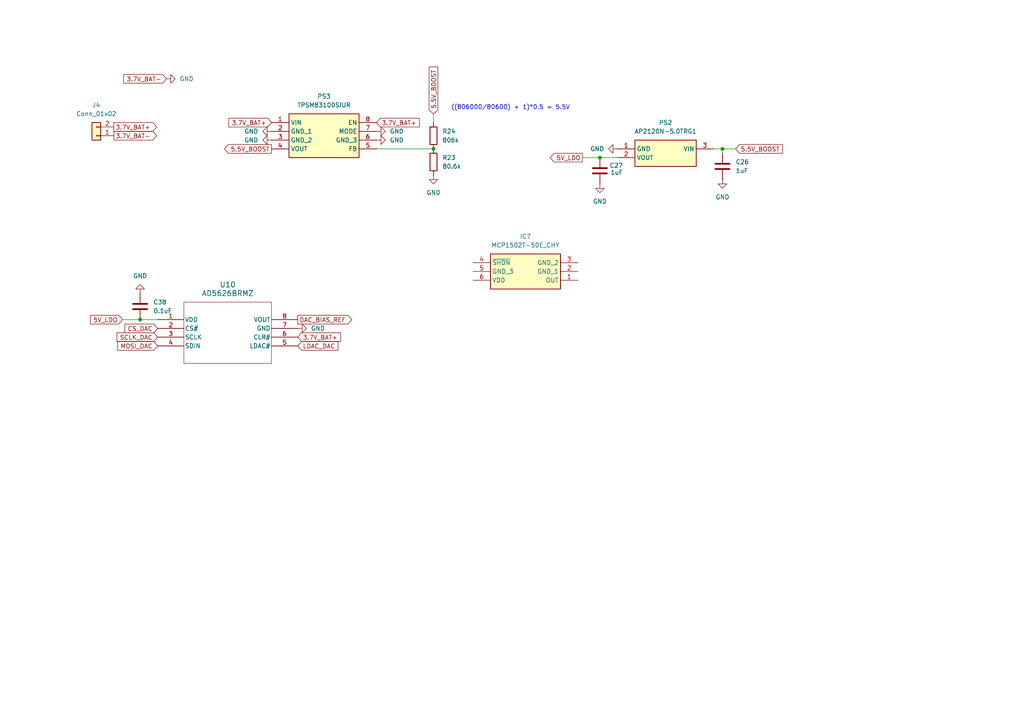
<source format=kicad_sch>
(kicad_sch (version 20250114) (generator "eeschema") (generator_version "9.0")
  (paper "A4")
  (lib_symbols
    (symbol "21xt_symbols:MCP1501T-50E_CHY"
      (property "Reference" "IC" (at 26.67 7.62 0))
      (property "Value" "MCP1501T-50E_CHY" (at 26.67 5.08 0))
      (symbol "MCP1501T-50E_CHY_1_1"
        (rectangle (start 5.08 2.54) (end 25.4 -7.62) (stroke (width 0.254)) (fill (type background)))
        (pin passive line (at 0 0 0) (length 5.08) (name "OUT") (number "1"))
        (pin passive line (at 0 -2.54 0) (length 5.08) (name "GND_1") (number "2"))
        (pin passive line (at 0 -5.08 0) (length 5.08) (name "GND_2") (number "3"))
        (pin passive line (at 30.48 0 180) (length 5.08) (name "VDD") (number "6"))
        (pin passive line (at 30.48 -2.54 180) (length 5.08) (name "GND_3") (number "5"))
        (pin passive line (at 30.48 -5.08 180) (length 5.08) (name "~{SHDN}") (number "4"))
      )
    )
    (symbol "22xt_ICs:AP2120N-5.0TRG1"
      (property "Reference" "PS" (at 24.13 7.62 0))
      (property "Value" "AP2120N-5.0TRG1" (at 24.13 5.08 0))
      (symbol "AP2120N-5.0TRG1_1_1"
        (rectangle (start 5.08 2.54) (end 22.86 -5.08) (stroke (width 0.254)) (fill (type background)))
        (pin passive line (at 0 0 0) (length 5.08) (name "GND") (number "1"))
        (pin passive line (at 0 -2.54 0) (length 5.08) (name "VOUT") (number "2"))
        (pin passive line (at 27.94 0 180) (length 5.08) (name "VIN") (number "3"))
      )
    )
    (symbol "22xt_ICs:TPSM83100SIUR"
      (property "Reference" "PS" (at 26.67 7.62 0))
      (property "Value" "TPSM83100SIUR" (at 26.67 5.08 0))
      (symbol "TPSM83100SIUR_1_1"
        (rectangle (start 5.08 2.54) (end 25.4 -10.16) (stroke (width 0.254)) (fill (type background)))
        (pin passive line (at 0 0 0) (length 5.08) (name "VIN") (number "1"))
        (pin passive line (at 0 -2.54 0) (length 5.08) (name "GND_1") (number "2"))
        (pin passive line (at 0 -5.08 0) (length 5.08) (name "GND_2") (number "3"))
        (pin passive line (at 0 -7.62 0) (length 5.08) (name "VOUT") (number "4"))
        (pin passive line (at 30.48 0 180) (length 5.08) (name "EN") (number "8"))
        (pin passive line (at 30.48 -2.54 180) (length 5.08) (name "MODE") (number "7"))
        (pin passive line (at 30.48 -5.08 180) (length 5.08) (name "GND_3") (number "6"))
        (pin passive line (at 30.48 -7.62 180) (length 5.08) (name "FB") (number "5"))
      )
    )
    (symbol "Connector_Generic:Conn_01x02" (pin_names (offset 1.016) (hide yes))
      (property "Reference" "J" (at 0 2.54 0))
      (property "Value" "Conn_01x02" (at 0 -5.08 0))
      (symbol "Conn_01x02_1_1"
        (rectangle (start -1.27 1.27) (end 1.27 -3.81) (stroke (width 0.254)) (fill (type background)))
        (rectangle (start -1.27 0.127) (end 0 -0.127) (stroke (width 0.1524)))
        (rectangle (start -1.27 -2.413) (end 0 -2.667) (stroke (width 0.1524)))
        (pin passive line (at -5.08 0 0) (length 3.81) (name "Pin_1") (number "1"))
        (pin passive line (at -5.08 -2.54 0) (length 3.81) (name "Pin_2") (number "2"))
      )
    )
    (symbol "Device:C" (pin_numbers (hide yes)) (pin_names (offset 0.254))
      (property "Reference" "C" (at 0.635 2.54 0))
      (property "Value" "C" (at 0.635 -2.54 0))
      (symbol "C_0_1"
        (polyline (pts (xy -2.032 0.762) (xy 2.032 0.762)) (stroke (width 0.508)))
        (polyline (pts (xy -2.032 -0.762) (xy 2.032 -0.762)) (stroke (width 0.508)))
      )
      (symbol "C_1_1"
        (pin passive line (at 0 3.81 270) (length 2.794) (name "~") (number "1"))
        (pin passive line (at 0 -3.81 90) (length 2.794) (name "~") (number "2"))
      )
    )
    (symbol "Device:R" (pin_numbers (hide yes)) (pin_names (offset 0))
      (property "Reference" "R" (at 2.032 0 90))
      (property "Value" "R" (at 0 0 90))
      (symbol "R_0_1"
        (rectangle (start -1.016 -2.54) (end 1.016 2.54) (stroke (width 0.254)))
      )
      (symbol "R_1_1"
        (pin passive line (at 0 3.81 270) (length 1.27) (name "~") (number "1"))
        (pin passive line (at 0 -3.81 90) (length 1.27) (name "~") (number "2"))
      )
    )
    (symbol "power:GND" (power) (pin_numbers (hide yes)) (pin_names (offset 0) (hide yes))
      (property "Value" "GND" (at 0 -3.81 0))
      (symbol "GND_0_1"
        (polyline (pts (xy 0 0) (xy 0 -1.27) (xy 1.27 -1.27) (xy 0 -2.54) (xy -1.27 -1.27) (xy 0 -1.27)))
      )
      (symbol "GND_1_1"
        (pin power_in line (at 0 0 270) (length 0) (name "~") (number "1"))
      )
    )
    (symbol "wsg sym lib:AD5626BRMZ" (pin_names (offset 0.254))
      (property "Reference" "U" (at 20.32 10.16 0))
      (property "Value" "AD5626BRMZ" (at 20.32 7.62 0))
      (symbol "AD5626BRMZ_0_1"
        (polyline (pts (xy 7.62 5.08) (xy 7.62 -12.7)) (stroke (width 0.127)))
        (polyline (pts (xy 7.62 -12.7) (xy 33.02 -12.7)) (stroke (width 0.127)))
        (polyline (pts (xy 33.02 5.08) (xy 7.62 5.08)) (stroke (width 0.127)))
        (polyline (pts (xy 33.02 -12.7) (xy 33.02 5.08)) (stroke (width 0.127)))
        (pin power_in line (at 0 0 0) (length 7.62) (name "VDD") (number "1"))
        (pin unspecified line (at 0 -2.54 0) (length 7.62) (name "CS#") (number "2"))
        (pin unspecified line (at 0 -5.08 0) (length 7.62) (name "SCLK") (number "3"))
        (pin unspecified line (at 0 -7.62 0) (length 7.62) (name "SDIN") (number "4"))
        (pin unspecified line (at 40.64 0 180) (length 7.62) (name "VOUT") (number "8"))
        (pin unspecified line (at 40.64 -2.54 180) (length 7.62) (name "GND") (number "7"))
        (pin unspecified line (at 40.64 -5.08 180) (length 7.62) (name "CLR#") (number "6"))
        (pin unspecified line (at 40.64 -7.62 180) (length 7.62) (name "LDAC#") (number "5"))
      )
    )
  )
  (text "((806000/80600) + 1)*0.5 = 5.5V" (at 148.082 31.242 0) (effects (font (size 1.27 1.27))))
  (junction (at 209.55 43.18))
  (junction (at 40.64 92.71))
  (junction (at 125.73 43.18))
  (junction (at 173.99 45.72))
  (wire (pts (xy 35.56 92.71) (xy 40.64 92.71)))
  (wire (pts (xy 173.99 45.72) (xy 179.07 45.72)))
  (wire (pts (xy 209.55 44.45) (xy 209.55 43.18)))
  (wire (pts (xy 209.55 43.18) (xy 207.01 43.18)))
  (wire (pts (xy 213.36 43.18) (xy 209.55 43.18)))
  (wire (pts (xy 109.22 43.18) (xy 125.73 43.18)))
  (wire (pts (xy 168.91 45.72) (xy 173.99 45.72)))
  (wire (pts (xy 40.64 92.71) (xy 45.72 92.71)))
  (wire (pts (xy 125.73 33.02) (xy 125.73 35.56)))
  (global_label "3.7V_BAT+" (shape input) (at 86.36 97.79 0) (property "Intersheetrefs" "${INTERSHEET_REFS}" (effects (hide yes))))
  (global_label "3.7V_BAT-" (shape input) (at 48.26 22.86 180) (property "Intersheetrefs" "${INTERSHEET_REFS}" (effects (hide yes))))
  (global_label "5V_LDO" (shape input) (at 35.56 92.71 180) (property "Intersheetrefs" "${INTERSHEET_REFS}" (effects (hide yes))))
  (global_label "SCLK_DAC" (shape input) (at 45.72 97.79 180) (property "Intersheetrefs" "${INTERSHEET_REFS}" (effects (hide yes))))
  (global_label "LDAC_DAC" (shape input) (at 86.36 100.33 0) (property "Intersheetrefs" "${INTERSHEET_REFS}" (effects (hide yes))))
  (global_label "5.5V_BOOST" (shape output) (at 78.74 43.18 180) (property "Intersheetrefs" "${INTERSHEET_REFS}" (effects (hide yes))))
  (global_label "MOSI_DAC" (shape input) (at 45.72 100.33 180) (property "Intersheetrefs" "${INTERSHEET_REFS}" (effects (hide yes))))
  (global_label "3.7V_BAT+" (shape input) (at 109.22 35.56 0) (property "Intersheetrefs" "${INTERSHEET_REFS}" (effects (hide yes))))
  (global_label "3.7V_BAT-" (shape output) (at 33.02 39.37 0) (property "Intersheetrefs" "${INTERSHEET_REFS}" (effects (hide yes))))
  (global_label "5V_LDO" (shape output) (at 168.91 45.72 180) (property "Intersheetrefs" "${INTERSHEET_REFS}" (effects (hide yes))))
  (global_label "3.7V_BAT+" (shape input) (at 78.74 35.56 180) (property "Intersheetrefs" "${INTERSHEET_REFS}" (effects (hide yes))))
  (global_label "DAC_BIAS_REF" (shape output) (at 86.36 92.71 0) (property "Intersheetrefs" "${INTERSHEET_REFS}" (effects (hide yes))))
  (global_label "5.5V_BOOST" (shape input) (at 125.73 33.02 90) (property "Intersheetrefs" "${INTERSHEET_REFS}" (effects (hide yes))))
  (global_label "5.5V_BOOST" (shape input) (at 213.36 43.18 0) (property "Intersheetrefs" "${INTERSHEET_REFS}" (effects (hide yes))))
  (global_label "CS_DAC" (shape input) (at 45.72 95.25 180) (property "Intersheetrefs" "${INTERSHEET_REFS}" (effects (hide yes))))
  (global_label "3.7V_BAT+" (shape output) (at 33.02 36.83 0) (property "Intersheetrefs" "${INTERSHEET_REFS}" (effects (hide yes))))
  (symbol (lib_id "Device:C") (at 173.99 49.53 0) (unit 1)
    (property "Reference" "C27" (at 176.784 48.006 0) (effects (justify left)))
    (property "Value" "1uF" (at 177.038 50.038 0) (effects (justify left)))
    (property "Description" "Unpolarized capacitor" (effects (hide yes)))
  )
  (symbol (lib_id "power:GND") (at 78.74 38.1 270) (unit 1)
    (property "Reference" "#PWR049" (effects (hide yes)))
    (property "Value" "GND" (at 74.93 38.0999 90) (effects (justify right)))
    (property "Description" "Power symbol creates a global label with name \"GND\" , ground" (effects (hide yes)))
  )
  (symbol (lib_id "Connector_Generic:Conn_01x02") (at 27.94 39.37 180) (unit 1)
    (property "Reference" "J4" (at 27.94 30.48 0))
    (property "Value" "Conn_01x02" (at 27.94 33.02 0))
    (property "Description" "Generic connector, single row, 01x02, script generated (kicad-library-utils/schlib/autogen/connector/)" (effects (hide yes)))
  )
  (symbol (lib_id "power:GND") (at 86.36 95.25 90) (unit 1)
    (property "Reference" "#PWR075" (effects (hide yes)))
    (property "Value" "GND" (at 90.17 95.2499 90) (effects (justify right)))
    (property "Description" "Power symbol creates a global label with name \"GND\" , ground" (effects (hide yes)))
  )
  (symbol (lib_id "power:GND") (at 78.74 40.64 270) (unit 1)
    (property "Reference" "#PWR050" (effects (hide yes)))
    (property "Value" "GND" (at 74.93 40.6399 90) (effects (justify right)))
    (property "Description" "Power symbol creates a global label with name \"GND\" , ground" (effects (hide yes)))
  )
  (symbol (lib_id "22xt_ICs:TPSM83100SIUR") (at 78.74 35.56 0) (unit 1)
    (property "Reference" "PS3" (at 93.98 27.94 0))
    (property "Value" "TPSM83100SIUR" (at 93.98 30.48 0))
    (property "Footprint" "TPSM83100SIUR" (effects (hide yes)))
    (property "Datasheet" "https://www.ti.com/lit/ds/symlink/tpsm83100.pdf?ts=1747208519833&ref_url=https%253A%252F%252Fwww.ti.com%252Fproduct%252FTPSM83100%252Fpart-details%252FTPSM83100SIUR" (effects (hide yes)))
    (property "Description" "Non-Isolated PoL Module DC DC Converter 1 Output 1.2 ~ 5.5V 1.5A 1.6V - 5.5V Input" (effects (hide yes)))
    (property "Height" "1.2" (effects (hide yes)))
    (property "Mouser Part Number" "595-TPSM83100SIUR" (effects (hide yes)))
    (property "Mouser Price/Stock" "https://www.mouser.co.uk/ProductDetail/Texas-Instruments/TPSM83100SIUR?qs=17ckDYBRdembJwsYYPsw7Q%3D%3D" (effects (hide yes)))
    (property "Manufacturer_Name" "Texas Instruments" (effects (hide yes)))
    (property "Manufacturer_Part_Number" "TPSM83100SIUR" (effects (hide yes)))
  )
  (symbol (lib_id "power:GND") (at 209.55 52.07 0) (unit 1)
    (property "Reference" "#PWR054" (effects (hide yes)))
    (property "Value" "GND" (at 209.55 57.15 0))
    (property "Description" "Power symbol creates a global label with name \"GND\" , ground" (effects (hide yes)))
  )
  (symbol (lib_id "22xt_ICs:AP2120N-5.0TRG1") (at 179.07 43.18 0) (unit 1)
    (property "Reference" "PS2" (at 193.04 35.56 0))
    (property "Value" "AP2120N-5.0TRG1" (at 193.04 38.1 0))
    (property "Footprint" "SOT96P240X120-3N" (effects (hide yes)))
    (property "Datasheet" "https://www.diodes.com//assets/Datasheets/AP2120.pdf" (effects (hide yes)))
    (property "Description" "IC REG LINEAR 5V 150MA SOT23" (effects (hide yes)))
    (property "Height" "1.2" (effects (hide yes)))
    (property "Mouser Part Number" "621-AP2120N-5.0TRG1" (effects (hide yes)))
    (property "Mouser Price/Stock" "https://www.mouser.co.uk/ProductDetail/Diodes-Incorporated/AP2120N-5.0TRG1?qs=M%2FOdCRO8QQ3JQu49DdtyIA%3D%3D" (effects (hide yes)))
    (property "Manufacturer_Name" "Diodes Incorporated" (effects (hide yes)))
    (property "Manufacturer_Part_Number" "AP2120N-5.0TRG1" (effects (hide yes)))
  )
  (symbol (lib_id "Device:C") (at 209.55 48.26 0) (unit 1)
    (property "Reference" "C26" (at 213.36 46.9899 0) (effects (justify left)))
    (property "Value" "1uF" (at 213.36 49.5299 0) (effects (justify left)))
    (property "Description" "Unpolarized capacitor" (effects (hide yes)))
  )
  (symbol (lib_id "power:GND") (at 179.07 43.18 270) (unit 1)
    (property "Reference" "#PWR067" (effects (hide yes)))
    (property "Value" "GND" (at 175.26 43.1799 90) (effects (justify right)))
    (property "Description" "Power symbol creates a global label with name \"GND\" , ground" (effects (hide yes)))
  )
  (symbol (lib_id "21xt_symbols:MCP1501T-50E_CHY") (at 167.64 81.28 180) (unit 1)
    (property "Reference" "IC7" (at 152.4 68.58 0))
    (property "Value" "MCP1502T-50E_CHY" (at 152.4 71.12 0))
    (property "Footprint" "21xt_footprints:SOT95P280X145-6N" (effects (hide yes)))
    (property "Datasheet" "https://ww1.microchip.com/downloads/aemDocuments/documents/MSLD/ProductDocuments/DataSheets/MCP1501-Data-Sheet-DS20005474F.pdf" (effects (hide yes)))
    (property "Description" "Series Voltage Reference IC Fixed 5V V +/-0.1% 20 mA SOT-23-6" (effects (hide yes)))
    (property "Height" "1.45" (effects (hide yes)))
    (property "Mouser Part Number" "579-MCP1501T-50E/CHY" (effects (hide yes)))
    (property "Mouser Price/Stock" "https://www.mouser.co.uk/ProductDetail/Microchip-Technology/MCP1501T-50E-CHY?qs=Li%252BoUPsLEnt6h%2FnXwes%252BxQ%3D%3D" (effects (hide yes)))
    (property "Manufacturer_Name" "Microchip" (effects (hide yes)))
    (property "Manufacturer_Part_Number" "MCP1501T-50E/CHY" (effects (hide yes)))
  )
  (symbol (lib_id "power:GND") (at 125.73 50.8 0) (unit 1)
    (property "Reference" "#PWR053" (effects (hide yes)))
    (property "Value" "GND" (at 125.73 55.88 0))
    (property "Description" "Power symbol creates a global label with name \"GND\" , ground" (effects (hide yes)))
  )
  (symbol (lib_id "power:GND") (at 40.64 85.09 180) (unit 1)
    (property "Reference" "#PWR074" (effects (hide yes)))
    (property "Value" "GND" (at 40.64 80.01 0))
    (property "Description" "Power symbol creates a global label with name \"GND\" , ground" (effects (hide yes)))
  )
  (symbol (lib_id "power:GND") (at 109.22 38.1 90) (unit 1)
    (property "Reference" "#PWR051" (effects (hide yes)))
    (property "Value" "GND" (at 113.03 38.0999 90) (effects (justify right)))
    (property "Description" "Power symbol creates a global label with name \"GND\" , ground" (effects (hide yes)))
  )
  (symbol (lib_id "power:GND") (at 109.22 40.64 90) (unit 1)
    (property "Reference" "#PWR052" (effects (hide yes)))
    (property "Value" "GND" (at 113.03 40.6399 90) (effects (justify right)))
    (property "Description" "Power symbol creates a global label with name \"GND\" , ground" (effects (hide yes)))
  )
  (symbol (lib_id "power:GND") (at 48.26 22.86 90) (unit 1)
    (property "Reference" "#PWR048" (effects (hide yes)))
    (property "Value" "GND" (at 52.07 22.8599 90) (effects (justify right)))
    (property "Description" "Power symbol creates a global label with name \"GND\" , ground" (effects (hide yes)))
  )
  (symbol (lib_id "wsg sym lib:AD5626BRMZ") (at 45.72 92.71 0) (unit 1)
    (property "Reference" "U10" (at 66.04 82.55 0) (effects (font (size 1.524 1.524))))
    (property "Value" "AD5626BRMZ" (at 66.04 85.09 0) (effects (font (size 1.524 1.524))))
    (property "Footprint" "RM_8_ADI" (effects (hide yes)))
    (property "Datasheet" "AD5626BRMZ" (effects (hide yes)))
  )
  (symbol (lib_id "Device:R") (at 125.73 39.37 0) (unit 1)
    (property "Reference" "R24" (at 128.27 38.0999 0) (effects (justify left)))
    (property "Value" "806k" (at 128.27 40.6399 0) (effects (justify left)))
    (property "Description" "Resistor" (effects (hide yes)))
  )
  (symbol (lib_id "Device:R") (at 125.73 46.99 0) (unit 1)
    (property "Reference" "R23" (at 128.27 45.7199 0) (effects (justify left)))
    (property "Value" "80.6k" (at 128.27 48.2599 0) (effects (justify left)))
    (property "Description" "Resistor" (effects (hide yes)))
  )
  (symbol (lib_id "Device:C") (at 40.64 88.9 0) (unit 1)
    (property "Reference" "C38" (at 44.45 87.6299 0) (effects (justify left)))
    (property "Value" "0.1uF" (at 44.45 90.1699 0) (effects (justify left)))
    (property "Description" "Unpolarized capacitor" (effects (hide yes)))
  )
  (symbol (lib_id "power:GND") (at 173.99 53.34 0) (unit 1)
    (property "Reference" "#PWR068" (effects (hide yes)))
    (property "Value" "GND" (at 173.99 58.42 0))
    (property "Description" "Power symbol creates a global label with name \"GND\" , ground" (effects (hide yes)))
  )
)
</source>
